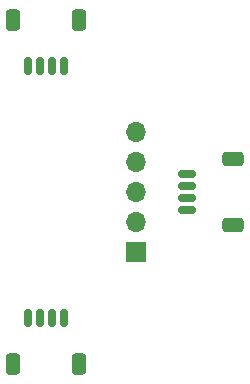
<source format=gbr>
%TF.GenerationSoftware,KiCad,Pcbnew,(6.99.0-2504-g6a9c6e8599)*%
%TF.CreationDate,2023-09-08T01:08:47-07:00*%
%TF.ProjectId,EZO_Qwiic,455a4f5f-5177-4696-9963-2e6b69636164,rev?*%
%TF.SameCoordinates,Original*%
%TF.FileFunction,Soldermask,Top*%
%TF.FilePolarity,Negative*%
%FSLAX46Y46*%
G04 Gerber Fmt 4.6, Leading zero omitted, Abs format (unit mm)*
G04 Created by KiCad (PCBNEW (6.99.0-2504-g6a9c6e8599)) date 2023-09-08 01:08:47*
%MOMM*%
%LPD*%
G01*
G04 APERTURE LIST*
G04 Aperture macros list*
%AMRoundRect*
0 Rectangle with rounded corners*
0 $1 Rounding radius*
0 $2 $3 $4 $5 $6 $7 $8 $9 X,Y pos of 4 corners*
0 Add a 4 corners polygon primitive as box body*
4,1,4,$2,$3,$4,$5,$6,$7,$8,$9,$2,$3,0*
0 Add four circle primitives for the rounded corners*
1,1,$1+$1,$2,$3*
1,1,$1+$1,$4,$5*
1,1,$1+$1,$6,$7*
1,1,$1+$1,$8,$9*
0 Add four rect primitives between the rounded corners*
20,1,$1+$1,$2,$3,$4,$5,0*
20,1,$1+$1,$4,$5,$6,$7,0*
20,1,$1+$1,$6,$7,$8,$9,0*
20,1,$1+$1,$8,$9,$2,$3,0*%
G04 Aperture macros list end*
%ADD10R,1.700000X1.700000*%
%ADD11O,1.700000X1.700000*%
%ADD12RoundRect,0.150000X0.625000X-0.150000X0.625000X0.150000X-0.625000X0.150000X-0.625000X-0.150000X0*%
%ADD13RoundRect,0.250000X0.650000X-0.350000X0.650000X0.350000X-0.650000X0.350000X-0.650000X-0.350000X0*%
%ADD14RoundRect,0.150000X-0.150000X-0.625000X0.150000X-0.625000X0.150000X0.625000X-0.150000X0.625000X0*%
%ADD15RoundRect,0.250000X-0.350000X-0.650000X0.350000X-0.650000X0.350000X0.650000X-0.350000X0.650000X0*%
%ADD16RoundRect,0.150000X0.150000X0.625000X-0.150000X0.625000X-0.150000X-0.625000X0.150000X-0.625000X0*%
%ADD17RoundRect,0.250000X0.350000X0.650000X-0.350000X0.650000X-0.350000X-0.650000X0.350000X-0.650000X0*%
G04 APERTURE END LIST*
D10*
%TO.C,J1*%
X157479999Y-88894999D03*
D11*
X157479999Y-86354999D03*
X157479999Y-83814999D03*
X157479999Y-81274999D03*
X157479999Y-78734999D03*
%TD*%
D12*
%TO.C,J4*%
X161830000Y-85320000D03*
X161830000Y-84320000D03*
X161830000Y-83320000D03*
X161830000Y-82320000D03*
D13*
X165705000Y-81020000D03*
X165705000Y-86620000D03*
%TD*%
D14*
%TO.C,J3*%
X148360000Y-94520000D03*
X149360000Y-94520000D03*
X150360000Y-94520000D03*
X151360000Y-94520000D03*
D15*
X152660000Y-98395000D03*
X147060000Y-98395000D03*
%TD*%
D16*
%TO.C,J2*%
X151360000Y-73120000D03*
X150360000Y-73120000D03*
X149360000Y-73120000D03*
X148360000Y-73120000D03*
D17*
X147060000Y-69245000D03*
X152660000Y-69245000D03*
%TD*%
M02*

</source>
